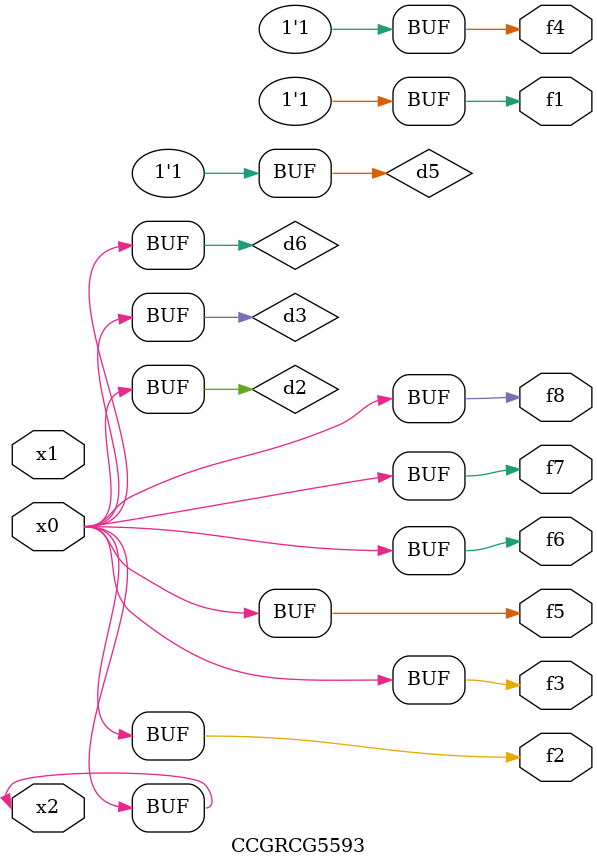
<source format=v>
module CCGRCG5593(
	input x0, x1, x2,
	output f1, f2, f3, f4, f5, f6, f7, f8
);

	wire d1, d2, d3, d4, d5, d6;

	xnor (d1, x2);
	buf (d2, x0, x2);
	and (d3, x0);
	xnor (d4, x1, x2);
	nand (d5, d1, d3);
	buf (d6, d2, d3);
	assign f1 = d5;
	assign f2 = d6;
	assign f3 = d6;
	assign f4 = d5;
	assign f5 = d6;
	assign f6 = d6;
	assign f7 = d6;
	assign f8 = d6;
endmodule

</source>
